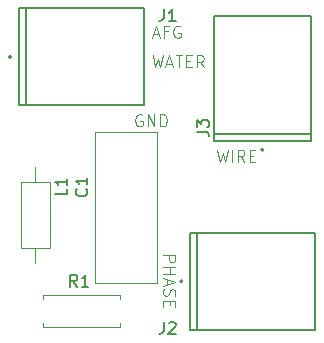
<source format=gbr>
%TF.GenerationSoftware,KiCad,Pcbnew,9.0.2*%
%TF.CreationDate,2025-06-02T11:29:15-03:00*%
%TF.ProjectId,PCB_Borneras,5043425f-426f-4726-9e65-7261732e6b69,rev?*%
%TF.SameCoordinates,Original*%
%TF.FileFunction,Legend,Top*%
%TF.FilePolarity,Positive*%
%FSLAX46Y46*%
G04 Gerber Fmt 4.6, Leading zero omitted, Abs format (unit mm)*
G04 Created by KiCad (PCBNEW 9.0.2) date 2025-06-02 11:29:15*
%MOMM*%
%LPD*%
G01*
G04 APERTURE LIST*
%ADD10C,0.100000*%
%ADD11C,0.150000*%
%ADD12C,0.120000*%
%ADD13C,0.127000*%
%ADD14C,0.200000*%
G04 APERTURE END LIST*
D10*
X106708646Y-54372419D02*
X106946741Y-55372419D01*
X106946741Y-55372419D02*
X107137217Y-54658133D01*
X107137217Y-54658133D02*
X107327693Y-55372419D01*
X107327693Y-55372419D02*
X107565789Y-54372419D01*
X107899122Y-55086704D02*
X108375312Y-55086704D01*
X107803884Y-55372419D02*
X108137217Y-54372419D01*
X108137217Y-54372419D02*
X108470550Y-55372419D01*
X108661027Y-54372419D02*
X109232455Y-54372419D01*
X108946741Y-55372419D02*
X108946741Y-54372419D01*
X109565789Y-54848609D02*
X109899122Y-54848609D01*
X110041979Y-55372419D02*
X109565789Y-55372419D01*
X109565789Y-55372419D02*
X109565789Y-54372419D01*
X109565789Y-54372419D02*
X110041979Y-54372419D01*
X111041979Y-55372419D02*
X110708646Y-54896228D01*
X110470551Y-55372419D02*
X110470551Y-54372419D01*
X110470551Y-54372419D02*
X110851503Y-54372419D01*
X110851503Y-54372419D02*
X110946741Y-54420038D01*
X110946741Y-54420038D02*
X110994360Y-54467657D01*
X110994360Y-54467657D02*
X111041979Y-54562895D01*
X111041979Y-54562895D02*
X111041979Y-54705752D01*
X111041979Y-54705752D02*
X110994360Y-54800990D01*
X110994360Y-54800990D02*
X110946741Y-54848609D01*
X110946741Y-54848609D02*
X110851503Y-54896228D01*
X110851503Y-54896228D02*
X110470551Y-54896228D01*
X107627580Y-71303884D02*
X108627580Y-71303884D01*
X108627580Y-71303884D02*
X108627580Y-71684836D01*
X108627580Y-71684836D02*
X108579961Y-71780074D01*
X108579961Y-71780074D02*
X108532342Y-71827693D01*
X108532342Y-71827693D02*
X108437104Y-71875312D01*
X108437104Y-71875312D02*
X108294247Y-71875312D01*
X108294247Y-71875312D02*
X108199009Y-71827693D01*
X108199009Y-71827693D02*
X108151390Y-71780074D01*
X108151390Y-71780074D02*
X108103771Y-71684836D01*
X108103771Y-71684836D02*
X108103771Y-71303884D01*
X107627580Y-72303884D02*
X108627580Y-72303884D01*
X108151390Y-72303884D02*
X108151390Y-72875312D01*
X107627580Y-72875312D02*
X108627580Y-72875312D01*
X107913295Y-73303884D02*
X107913295Y-73780074D01*
X107627580Y-73208646D02*
X108627580Y-73541979D01*
X108627580Y-73541979D02*
X107627580Y-73875312D01*
X107675200Y-74161027D02*
X107627580Y-74303884D01*
X107627580Y-74303884D02*
X107627580Y-74541979D01*
X107627580Y-74541979D02*
X107675200Y-74637217D01*
X107675200Y-74637217D02*
X107722819Y-74684836D01*
X107722819Y-74684836D02*
X107818057Y-74732455D01*
X107818057Y-74732455D02*
X107913295Y-74732455D01*
X107913295Y-74732455D02*
X108008533Y-74684836D01*
X108008533Y-74684836D02*
X108056152Y-74637217D01*
X108056152Y-74637217D02*
X108103771Y-74541979D01*
X108103771Y-74541979D02*
X108151390Y-74351503D01*
X108151390Y-74351503D02*
X108199009Y-74256265D01*
X108199009Y-74256265D02*
X108246628Y-74208646D01*
X108246628Y-74208646D02*
X108341866Y-74161027D01*
X108341866Y-74161027D02*
X108437104Y-74161027D01*
X108437104Y-74161027D02*
X108532342Y-74208646D01*
X108532342Y-74208646D02*
X108579961Y-74256265D01*
X108579961Y-74256265D02*
X108627580Y-74351503D01*
X108627580Y-74351503D02*
X108627580Y-74589598D01*
X108627580Y-74589598D02*
X108579961Y-74732455D01*
X108151390Y-75161027D02*
X108151390Y-75494360D01*
X107627580Y-75637217D02*
X107627580Y-75161027D01*
X107627580Y-75161027D02*
X108627580Y-75161027D01*
X108627580Y-75161027D02*
X108627580Y-75637217D01*
X106756265Y-52586704D02*
X107232455Y-52586704D01*
X106661027Y-52872419D02*
X106994360Y-51872419D01*
X106994360Y-51872419D02*
X107327693Y-52872419D01*
X107994360Y-52348609D02*
X107661027Y-52348609D01*
X107661027Y-52872419D02*
X107661027Y-51872419D01*
X107661027Y-51872419D02*
X108137217Y-51872419D01*
X109041979Y-51920038D02*
X108946741Y-51872419D01*
X108946741Y-51872419D02*
X108803884Y-51872419D01*
X108803884Y-51872419D02*
X108661027Y-51920038D01*
X108661027Y-51920038D02*
X108565789Y-52015276D01*
X108565789Y-52015276D02*
X108518170Y-52110514D01*
X108518170Y-52110514D02*
X108470551Y-52300990D01*
X108470551Y-52300990D02*
X108470551Y-52443847D01*
X108470551Y-52443847D02*
X108518170Y-52634323D01*
X108518170Y-52634323D02*
X108565789Y-52729561D01*
X108565789Y-52729561D02*
X108661027Y-52824800D01*
X108661027Y-52824800D02*
X108803884Y-52872419D01*
X108803884Y-52872419D02*
X108899122Y-52872419D01*
X108899122Y-52872419D02*
X109041979Y-52824800D01*
X109041979Y-52824800D02*
X109089598Y-52777180D01*
X109089598Y-52777180D02*
X109089598Y-52443847D01*
X109089598Y-52443847D02*
X108899122Y-52443847D01*
X105827693Y-59420038D02*
X105732455Y-59372419D01*
X105732455Y-59372419D02*
X105589598Y-59372419D01*
X105589598Y-59372419D02*
X105446741Y-59420038D01*
X105446741Y-59420038D02*
X105351503Y-59515276D01*
X105351503Y-59515276D02*
X105303884Y-59610514D01*
X105303884Y-59610514D02*
X105256265Y-59800990D01*
X105256265Y-59800990D02*
X105256265Y-59943847D01*
X105256265Y-59943847D02*
X105303884Y-60134323D01*
X105303884Y-60134323D02*
X105351503Y-60229561D01*
X105351503Y-60229561D02*
X105446741Y-60324800D01*
X105446741Y-60324800D02*
X105589598Y-60372419D01*
X105589598Y-60372419D02*
X105684836Y-60372419D01*
X105684836Y-60372419D02*
X105827693Y-60324800D01*
X105827693Y-60324800D02*
X105875312Y-60277180D01*
X105875312Y-60277180D02*
X105875312Y-59943847D01*
X105875312Y-59943847D02*
X105684836Y-59943847D01*
X106303884Y-60372419D02*
X106303884Y-59372419D01*
X106303884Y-59372419D02*
X106875312Y-60372419D01*
X106875312Y-60372419D02*
X106875312Y-59372419D01*
X107351503Y-60372419D02*
X107351503Y-59372419D01*
X107351503Y-59372419D02*
X107589598Y-59372419D01*
X107589598Y-59372419D02*
X107732455Y-59420038D01*
X107732455Y-59420038D02*
X107827693Y-59515276D01*
X107827693Y-59515276D02*
X107875312Y-59610514D01*
X107875312Y-59610514D02*
X107922931Y-59800990D01*
X107922931Y-59800990D02*
X107922931Y-59943847D01*
X107922931Y-59943847D02*
X107875312Y-60134323D01*
X107875312Y-60134323D02*
X107827693Y-60229561D01*
X107827693Y-60229561D02*
X107732455Y-60324800D01*
X107732455Y-60324800D02*
X107589598Y-60372419D01*
X107589598Y-60372419D02*
X107351503Y-60372419D01*
X112208646Y-62372419D02*
X112446741Y-63372419D01*
X112446741Y-63372419D02*
X112637217Y-62658133D01*
X112637217Y-62658133D02*
X112827693Y-63372419D01*
X112827693Y-63372419D02*
X113065789Y-62372419D01*
X113446741Y-63372419D02*
X113446741Y-62372419D01*
X114494359Y-63372419D02*
X114161026Y-62896228D01*
X113922931Y-63372419D02*
X113922931Y-62372419D01*
X113922931Y-62372419D02*
X114303883Y-62372419D01*
X114303883Y-62372419D02*
X114399121Y-62420038D01*
X114399121Y-62420038D02*
X114446740Y-62467657D01*
X114446740Y-62467657D02*
X114494359Y-62562895D01*
X114494359Y-62562895D02*
X114494359Y-62705752D01*
X114494359Y-62705752D02*
X114446740Y-62800990D01*
X114446740Y-62800990D02*
X114399121Y-62848609D01*
X114399121Y-62848609D02*
X114303883Y-62896228D01*
X114303883Y-62896228D02*
X113922931Y-62896228D01*
X114922931Y-62848609D02*
X115256264Y-62848609D01*
X115399121Y-63372419D02*
X114922931Y-63372419D01*
X114922931Y-63372419D02*
X114922931Y-62372419D01*
X114922931Y-62372419D02*
X115399121Y-62372419D01*
D11*
X100333333Y-73954819D02*
X100000000Y-73478628D01*
X99761905Y-73954819D02*
X99761905Y-72954819D01*
X99761905Y-72954819D02*
X100142857Y-72954819D01*
X100142857Y-72954819D02*
X100238095Y-73002438D01*
X100238095Y-73002438D02*
X100285714Y-73050057D01*
X100285714Y-73050057D02*
X100333333Y-73145295D01*
X100333333Y-73145295D02*
X100333333Y-73288152D01*
X100333333Y-73288152D02*
X100285714Y-73383390D01*
X100285714Y-73383390D02*
X100238095Y-73431009D01*
X100238095Y-73431009D02*
X100142857Y-73478628D01*
X100142857Y-73478628D02*
X99761905Y-73478628D01*
X101285714Y-73954819D02*
X100714286Y-73954819D01*
X101000000Y-73954819D02*
X101000000Y-72954819D01*
X101000000Y-72954819D02*
X100904762Y-73097676D01*
X100904762Y-73097676D02*
X100809524Y-73192914D01*
X100809524Y-73192914D02*
X100714286Y-73240533D01*
X110454819Y-60833333D02*
X111169104Y-60833333D01*
X111169104Y-60833333D02*
X111311961Y-60880952D01*
X111311961Y-60880952D02*
X111407200Y-60976190D01*
X111407200Y-60976190D02*
X111454819Y-61119047D01*
X111454819Y-61119047D02*
X111454819Y-61214285D01*
X110454819Y-60452380D02*
X110454819Y-59833333D01*
X110454819Y-59833333D02*
X110835771Y-60166666D01*
X110835771Y-60166666D02*
X110835771Y-60023809D01*
X110835771Y-60023809D02*
X110883390Y-59928571D01*
X110883390Y-59928571D02*
X110931009Y-59880952D01*
X110931009Y-59880952D02*
X111026247Y-59833333D01*
X111026247Y-59833333D02*
X111264342Y-59833333D01*
X111264342Y-59833333D02*
X111359580Y-59880952D01*
X111359580Y-59880952D02*
X111407200Y-59928571D01*
X111407200Y-59928571D02*
X111454819Y-60023809D01*
X111454819Y-60023809D02*
X111454819Y-60309523D01*
X111454819Y-60309523D02*
X111407200Y-60404761D01*
X111407200Y-60404761D02*
X111359580Y-60452380D01*
X107666666Y-50454819D02*
X107666666Y-51169104D01*
X107666666Y-51169104D02*
X107619047Y-51311961D01*
X107619047Y-51311961D02*
X107523809Y-51407200D01*
X107523809Y-51407200D02*
X107380952Y-51454819D01*
X107380952Y-51454819D02*
X107285714Y-51454819D01*
X108666666Y-51454819D02*
X108095238Y-51454819D01*
X108380952Y-51454819D02*
X108380952Y-50454819D01*
X108380952Y-50454819D02*
X108285714Y-50597676D01*
X108285714Y-50597676D02*
X108190476Y-50692914D01*
X108190476Y-50692914D02*
X108095238Y-50740533D01*
X107666666Y-76954819D02*
X107666666Y-77669104D01*
X107666666Y-77669104D02*
X107619047Y-77811961D01*
X107619047Y-77811961D02*
X107523809Y-77907200D01*
X107523809Y-77907200D02*
X107380952Y-77954819D01*
X107380952Y-77954819D02*
X107285714Y-77954819D01*
X108095238Y-77050057D02*
X108142857Y-77002438D01*
X108142857Y-77002438D02*
X108238095Y-76954819D01*
X108238095Y-76954819D02*
X108476190Y-76954819D01*
X108476190Y-76954819D02*
X108571428Y-77002438D01*
X108571428Y-77002438D02*
X108619047Y-77050057D01*
X108619047Y-77050057D02*
X108666666Y-77145295D01*
X108666666Y-77145295D02*
X108666666Y-77240533D01*
X108666666Y-77240533D02*
X108619047Y-77383390D01*
X108619047Y-77383390D02*
X108047619Y-77954819D01*
X108047619Y-77954819D02*
X108666666Y-77954819D01*
X101109580Y-65666666D02*
X101157200Y-65714285D01*
X101157200Y-65714285D02*
X101204819Y-65857142D01*
X101204819Y-65857142D02*
X101204819Y-65952380D01*
X101204819Y-65952380D02*
X101157200Y-66095237D01*
X101157200Y-66095237D02*
X101061961Y-66190475D01*
X101061961Y-66190475D02*
X100966723Y-66238094D01*
X100966723Y-66238094D02*
X100776247Y-66285713D01*
X100776247Y-66285713D02*
X100633390Y-66285713D01*
X100633390Y-66285713D02*
X100442914Y-66238094D01*
X100442914Y-66238094D02*
X100347676Y-66190475D01*
X100347676Y-66190475D02*
X100252438Y-66095237D01*
X100252438Y-66095237D02*
X100204819Y-65952380D01*
X100204819Y-65952380D02*
X100204819Y-65857142D01*
X100204819Y-65857142D02*
X100252438Y-65714285D01*
X100252438Y-65714285D02*
X100300057Y-65666666D01*
X101204819Y-64714285D02*
X101204819Y-65285713D01*
X101204819Y-64999999D02*
X100204819Y-64999999D01*
X100204819Y-64999999D02*
X100347676Y-65095237D01*
X100347676Y-65095237D02*
X100442914Y-65190475D01*
X100442914Y-65190475D02*
X100490533Y-65285713D01*
X99454819Y-65666666D02*
X99454819Y-66142856D01*
X99454819Y-66142856D02*
X98454819Y-66142856D01*
X99454819Y-64809523D02*
X99454819Y-65380951D01*
X99454819Y-65095237D02*
X98454819Y-65095237D01*
X98454819Y-65095237D02*
X98597676Y-65190475D01*
X98597676Y-65190475D02*
X98692914Y-65285713D01*
X98692914Y-65285713D02*
X98740533Y-65380951D01*
D12*
%TO.C,R1*%
X97420000Y-74630000D02*
X97420000Y-74960000D01*
X97420000Y-77370000D02*
X97420000Y-77040000D01*
X103960000Y-74630000D02*
X97420000Y-74630000D01*
X103960000Y-74960000D02*
X103960000Y-74630000D01*
X103960000Y-77040000D02*
X103960000Y-77370000D01*
X103960000Y-77370000D02*
X97420000Y-77370000D01*
D13*
%TO.C,J3*%
X111900000Y-51000000D02*
X120100000Y-51000000D01*
X111900000Y-61000000D02*
X111900000Y-51000000D01*
X111900000Y-61600000D02*
X111900000Y-61000000D01*
X120100000Y-51000000D02*
X120100000Y-61000000D01*
X120100000Y-61000000D02*
X111900000Y-61000000D01*
X120100000Y-61600000D02*
X111900000Y-61600000D01*
X120100000Y-61600000D02*
X120100000Y-61000000D01*
D14*
X116100000Y-62350000D02*
G75*
G02*
X115900000Y-62350000I-100000J0D01*
G01*
X115900000Y-62350000D02*
G75*
G02*
X116100000Y-62350000I100000J0D01*
G01*
D13*
%TO.C,J1*%
X95400000Y-50400000D02*
X96000000Y-50400000D01*
X95400000Y-58600000D02*
X95400000Y-50400000D01*
X95400000Y-58600000D02*
X96000000Y-58600000D01*
X96000000Y-50400000D02*
X106000000Y-50400000D01*
X96000000Y-58600000D02*
X96000000Y-50400000D01*
X106000000Y-50400000D02*
X106000000Y-58600000D01*
X106000000Y-58600000D02*
X96000000Y-58600000D01*
D14*
X94750000Y-54500000D02*
G75*
G02*
X94550000Y-54500000I-100000J0D01*
G01*
X94550000Y-54500000D02*
G75*
G02*
X94750000Y-54500000I100000J0D01*
G01*
D13*
%TO.C,J2*%
X109900000Y-69400000D02*
X110500000Y-69400000D01*
X109900000Y-77600000D02*
X109900000Y-69400000D01*
X109900000Y-77600000D02*
X110500000Y-77600000D01*
X110500000Y-69400000D02*
X120500000Y-69400000D01*
X110500000Y-77600000D02*
X110500000Y-69400000D01*
X120500000Y-69400000D02*
X120500000Y-77600000D01*
X120500000Y-77600000D02*
X110500000Y-77600000D01*
D14*
X109250000Y-73500000D02*
G75*
G02*
X109050000Y-73500000I-100000J0D01*
G01*
X109050000Y-73500000D02*
G75*
G02*
X109250000Y-73500000I100000J0D01*
G01*
D12*
%TO.C,C1*%
X101880000Y-60880000D02*
X107120000Y-60880000D01*
X101880000Y-73620000D02*
X101880000Y-60880000D01*
X101880000Y-73620000D02*
X107120000Y-73620000D01*
X107120000Y-73620000D02*
X107120000Y-60880000D01*
%TO.C,L1*%
X96800000Y-63840000D02*
X96800000Y-65110000D01*
X96800000Y-71920000D02*
X96800000Y-70650000D01*
X98020000Y-65110000D02*
X95580000Y-65110000D01*
X95580000Y-70650000D01*
X98020000Y-70650000D01*
X98020000Y-65110000D01*
%TD*%
M02*

</source>
